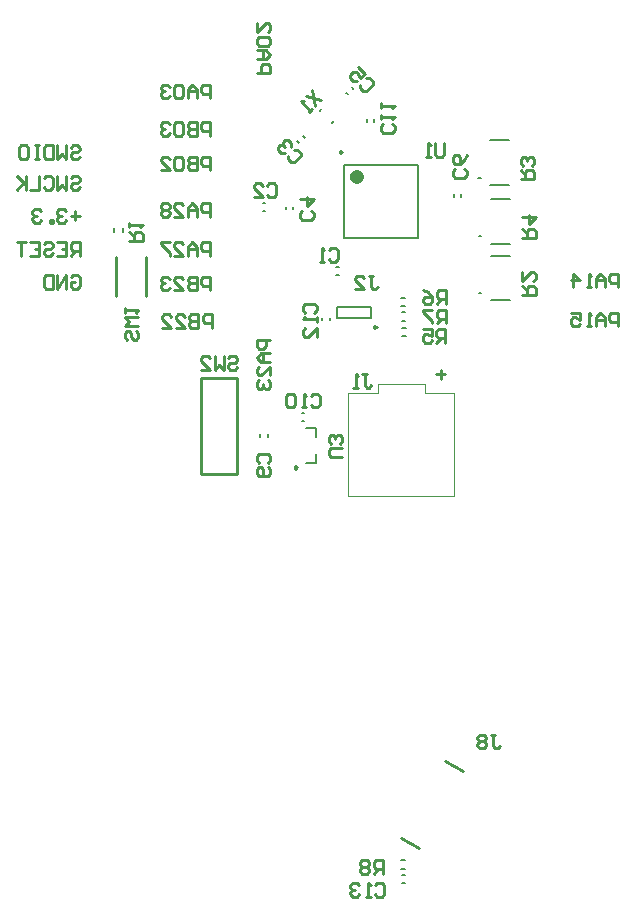
<source format=gbo>
G04*
G04 #@! TF.GenerationSoftware,Altium Limited,Altium Designer,18.1.9 (240)*
G04*
G04 Layer_Color=32896*
%FSLAX25Y25*%
%MOIN*%
G70*
G01*
G75*
%ADD10C,0.01000*%
%ADD11C,0.00787*%
%ADD74C,0.00984*%
%ADD75C,0.02362*%
%ADD76C,0.00500*%
%ADD77C,0.00394*%
D10*
X204000Y171744D02*
X216000D01*
X204000D02*
Y203744D01*
X216000D01*
Y171744D02*
Y203744D01*
X270668Y50498D02*
X276580Y47084D01*
X285432Y76069D02*
X291344Y72656D01*
X185531Y231000D02*
Y244000D01*
X175531Y231000D02*
Y244000D01*
X213001Y210249D02*
X213751Y210999D01*
X215250D01*
X216000Y210249D01*
Y209499D01*
X215250Y208749D01*
X213751D01*
X213001Y207999D01*
Y207250D01*
X213751Y206500D01*
X215250D01*
X216000Y207250D01*
X211502Y210999D02*
Y206500D01*
X210002Y207999D01*
X208502Y206500D01*
Y210999D01*
X204004Y206500D02*
X207003D01*
X204004Y209499D01*
Y210249D01*
X204754Y210999D01*
X206253D01*
X207003Y210249D01*
X160501Y280453D02*
X161251Y281203D01*
X162750D01*
X163500Y280453D01*
Y279704D01*
X162750Y278954D01*
X161251D01*
X160501Y278204D01*
Y277454D01*
X161251Y276705D01*
X162750D01*
X163500Y277454D01*
X159001Y281203D02*
Y276705D01*
X157502Y278204D01*
X156002Y276705D01*
Y281203D01*
X154503D02*
Y276705D01*
X152254D01*
X151504Y277454D01*
Y280453D01*
X152254Y281203D01*
X154503D01*
X150004D02*
X148505D01*
X149255D01*
Y276705D01*
X150004D01*
X148505D01*
X144006Y281203D02*
X145506D01*
X146256Y280453D01*
Y277454D01*
X145506Y276705D01*
X144006D01*
X143256Y277454D01*
Y280453D01*
X144006Y281203D01*
X160501Y270201D02*
X161251Y270951D01*
X162750D01*
X163500Y270201D01*
Y269452D01*
X162750Y268702D01*
X161251D01*
X160501Y267952D01*
Y267202D01*
X161251Y266453D01*
X162750D01*
X163500Y267202D01*
X159001Y270951D02*
Y266453D01*
X157502Y267952D01*
X156002Y266453D01*
Y270951D01*
X151504Y270201D02*
X152254Y270951D01*
X153753D01*
X154503Y270201D01*
Y267202D01*
X153753Y266453D01*
X152254D01*
X151504Y267202D01*
X150004Y270951D02*
Y266453D01*
X147005D01*
X145506Y270951D02*
Y266453D01*
Y267952D01*
X142507Y270951D01*
X144756Y268702D01*
X142507Y266453D01*
X163500Y257749D02*
X160501D01*
X162001Y259249D02*
Y256250D01*
X159001Y259249D02*
X158252Y259998D01*
X156752D01*
X156002Y259249D01*
Y258499D01*
X156752Y257749D01*
X157502D01*
X156752D01*
X156002Y256999D01*
Y256250D01*
X156752Y255500D01*
X158252D01*
X159001Y256250D01*
X154503Y255500D02*
Y256250D01*
X153753D01*
Y255500D01*
X154503D01*
X150754Y259249D02*
X150004Y259998D01*
X148505D01*
X147755Y259249D01*
Y258499D01*
X148505Y257749D01*
X149255D01*
X148505D01*
X147755Y256999D01*
Y256250D01*
X148505Y255500D01*
X150004D01*
X150754Y256250D01*
X163500Y244500D02*
Y248998D01*
X161251D01*
X160501Y248249D01*
Y246749D01*
X161251Y246000D01*
X163500D01*
X162001D02*
X160501Y244500D01*
X156002Y248998D02*
X159001D01*
Y244500D01*
X156002D01*
X159001Y246749D02*
X157502D01*
X151504Y248249D02*
X152254Y248998D01*
X153753D01*
X154503Y248249D01*
Y247499D01*
X153753Y246749D01*
X152254D01*
X151504Y246000D01*
Y245250D01*
X152254Y244500D01*
X153753D01*
X154503Y245250D01*
X147005Y248998D02*
X150004D01*
Y244500D01*
X147005D01*
X150004Y246749D02*
X148505D01*
X145506Y248998D02*
X142507D01*
X144006D01*
Y244500D01*
X160501Y237249D02*
X161251Y237999D01*
X162750D01*
X163500Y237249D01*
Y234250D01*
X162750Y233500D01*
X161251D01*
X160501Y234250D01*
Y235749D01*
X162001D01*
X159001Y233500D02*
Y237999D01*
X156002Y233500D01*
Y237999D01*
X154503D02*
Y233500D01*
X152254D01*
X151504Y234250D01*
Y237249D01*
X152254Y237999D01*
X154503D01*
X282460Y204956D02*
X285459D01*
X283960Y203456D02*
Y206456D01*
X264500Y38470D02*
Y42969D01*
X262251D01*
X261501Y42219D01*
Y40720D01*
X262251Y39970D01*
X264500D01*
X263000D02*
X261501Y38470D01*
X260001Y42219D02*
X259252Y42969D01*
X257752D01*
X257002Y42219D01*
Y41469D01*
X257752Y40720D01*
X257002Y39970D01*
Y39220D01*
X257752Y38470D01*
X259252D01*
X260001Y39220D01*
Y39970D01*
X259252Y40720D01*
X260001Y41469D01*
Y42219D01*
X259252Y40720D02*
X257752D01*
X300601Y84799D02*
X302100D01*
X301351D01*
Y81050D01*
X302100Y80300D01*
X302850D01*
X303600Y81050D01*
X299101Y84049D02*
X298352Y84799D01*
X296852D01*
X296102Y84049D01*
Y83299D01*
X296852Y82549D01*
X296102Y81800D01*
Y81050D01*
X296852Y80300D01*
X298352D01*
X299101Y81050D01*
Y81800D01*
X298352Y82549D01*
X299101Y83299D01*
Y84049D01*
X298352Y82549D02*
X296852D01*
X262001Y34560D02*
X262751Y35310D01*
X264250D01*
X265000Y34560D01*
Y31561D01*
X264250Y30811D01*
X262751D01*
X262001Y31561D01*
X260502Y30811D02*
X259002D01*
X259752D01*
Y35310D01*
X260502Y34560D01*
X256753D02*
X256003Y35310D01*
X254503D01*
X253754Y34560D01*
Y33810D01*
X254503Y33060D01*
X255253D01*
X254503D01*
X253754Y32311D01*
Y31561D01*
X254503Y30811D01*
X256003D01*
X256753Y31561D01*
X238751Y225501D02*
X238001Y226251D01*
Y227750D01*
X238751Y228500D01*
X241750D01*
X242500Y227750D01*
Y226251D01*
X241750Y225501D01*
X242500Y224002D02*
Y222502D01*
Y223252D01*
X238001D01*
X238751Y224002D01*
X242500Y217254D02*
Y220253D01*
X239501Y217254D01*
X238751D01*
X238001Y218003D01*
Y219503D01*
X238751Y220253D01*
X267733Y288499D02*
X268483Y287749D01*
Y286250D01*
X267733Y285500D01*
X264734D01*
X263984Y286250D01*
Y287749D01*
X264734Y288499D01*
X263984Y289999D02*
Y291498D01*
Y290748D01*
X268483D01*
X267733Y289999D01*
X263984Y293747D02*
Y295247D01*
Y294497D01*
X268483D01*
X267733Y293747D01*
X259810Y237819D02*
X261310D01*
X260560D01*
Y234070D01*
X261310Y233320D01*
X262060D01*
X262809Y234070D01*
X255312Y233320D02*
X258311D01*
X255312Y236319D01*
Y237069D01*
X256062Y237819D01*
X257561D01*
X258311Y237069D01*
X343000Y234000D02*
Y238498D01*
X340751D01*
X340001Y237749D01*
Y236249D01*
X340751Y235500D01*
X343000D01*
X338502Y234000D02*
Y236999D01*
X337002Y238498D01*
X335502Y236999D01*
Y234000D01*
Y236249D01*
X338502D01*
X334003Y234000D02*
X332503D01*
X333253D01*
Y238498D01*
X334003Y237749D01*
X328005Y234000D02*
Y238498D01*
X330254Y236249D01*
X327255D01*
X343000Y220855D02*
Y225354D01*
X340751D01*
X340001Y224604D01*
Y223104D01*
X340751Y222355D01*
X343000D01*
X338502Y220855D02*
Y223854D01*
X337002Y225354D01*
X335502Y223854D01*
Y220855D01*
Y223104D01*
X338502D01*
X334003Y220855D02*
X332503D01*
X333253D01*
Y225354D01*
X334003Y224604D01*
X327255Y225354D02*
X330254D01*
Y223104D01*
X328755Y223854D01*
X328005D01*
X327255Y223104D01*
Y221605D01*
X328005Y220855D01*
X329504D01*
X330254Y221605D01*
X227000Y216500D02*
X222501D01*
Y214251D01*
X223251Y213501D01*
X224751D01*
X225500Y214251D01*
Y216500D01*
X227000Y212001D02*
X224001D01*
X222501Y210502D01*
X224001Y209002D01*
X227000D01*
X224751D01*
Y212001D01*
X227000Y204504D02*
Y207503D01*
X224001Y204504D01*
X223251D01*
X222501Y205254D01*
Y206753D01*
X223251Y207503D01*
Y203004D02*
X222501Y202255D01*
Y200755D01*
X223251Y200005D01*
X224001D01*
X224751Y200755D01*
Y201505D01*
Y200755D01*
X225500Y200005D01*
X226250D01*
X227000Y200755D01*
Y202255D01*
X226250Y203004D01*
X207000Y297000D02*
Y301499D01*
X204751D01*
X204001Y300749D01*
Y299249D01*
X204751Y298499D01*
X207000D01*
X202501Y297000D02*
Y299999D01*
X201002Y301499D01*
X199502Y299999D01*
Y297000D01*
Y299249D01*
X202501D01*
X198003Y300749D02*
X197253Y301499D01*
X195754D01*
X195004Y300749D01*
Y297750D01*
X195754Y297000D01*
X197253D01*
X198003Y297750D01*
Y300749D01*
X193504D02*
X192755Y301499D01*
X191255D01*
X190505Y300749D01*
Y299999D01*
X191255Y299249D01*
X192005D01*
X191255D01*
X190505Y298499D01*
Y297750D01*
X191255Y297000D01*
X192755D01*
X193504Y297750D01*
X222500Y305500D02*
X226998D01*
Y307749D01*
X226249Y308499D01*
X224749D01*
X224000Y307749D01*
Y305500D01*
X222500Y309998D02*
X225499D01*
X226998Y311498D01*
X225499Y312998D01*
X222500D01*
X224749D01*
Y309998D01*
X226249Y314497D02*
X226998Y315247D01*
Y316746D01*
X226249Y317496D01*
X223250D01*
X222500Y316746D01*
Y315247D01*
X223250Y314497D01*
X226249D01*
X222500Y321995D02*
Y318996D01*
X225499Y321995D01*
X226249D01*
X226998Y321245D01*
Y319745D01*
X226249Y318996D01*
X207500Y220378D02*
Y224876D01*
X205251D01*
X204501Y224127D01*
Y222627D01*
X205251Y221878D01*
X207500D01*
X203001Y224876D02*
Y220378D01*
X200752D01*
X200002Y221128D01*
Y221878D01*
X200752Y222627D01*
X203001D01*
X200752D01*
X200002Y223377D01*
Y224127D01*
X200752Y224876D01*
X203001D01*
X195504Y220378D02*
X198503D01*
X195504Y223377D01*
Y224127D01*
X196254Y224876D01*
X197753D01*
X198503Y224127D01*
X191005Y220378D02*
X194004D01*
X191005Y223377D01*
Y224127D01*
X191755Y224876D01*
X193255D01*
X194004Y224127D01*
X207000Y233000D02*
Y237498D01*
X204751D01*
X204001Y236749D01*
Y235249D01*
X204751Y234500D01*
X207000D01*
X202501Y237498D02*
Y233000D01*
X200252D01*
X199502Y233750D01*
Y234500D01*
X200252Y235249D01*
X202501D01*
X200252D01*
X199502Y235999D01*
Y236749D01*
X200252Y237498D01*
X202501D01*
X195004Y233000D02*
X198003D01*
X195004Y235999D01*
Y236749D01*
X195754Y237498D01*
X197253D01*
X198003Y236749D01*
X193504D02*
X192755Y237498D01*
X191255D01*
X190505Y236749D01*
Y235999D01*
X191255Y235249D01*
X192005D01*
X191255D01*
X190505Y234500D01*
Y233750D01*
X191255Y233000D01*
X192755D01*
X193504Y233750D01*
X207000Y244500D02*
Y248998D01*
X204751D01*
X204001Y248249D01*
Y246749D01*
X204751Y246000D01*
X207000D01*
X202501Y244500D02*
Y247499D01*
X201002Y248998D01*
X199502Y247499D01*
Y244500D01*
Y246749D01*
X202501D01*
X195004Y244500D02*
X198003D01*
X195004Y247499D01*
Y248249D01*
X195754Y248998D01*
X197253D01*
X198003Y248249D01*
X193504Y248998D02*
X190505D01*
Y248249D01*
X193504Y245250D01*
Y244500D01*
X207000Y257500D02*
Y261999D01*
X204751D01*
X204001Y261249D01*
Y259749D01*
X204751Y258999D01*
X207000D01*
X202501Y257500D02*
Y260499D01*
X201002Y261999D01*
X199502Y260499D01*
Y257500D01*
Y259749D01*
X202501D01*
X195004Y257500D02*
X198003D01*
X195004Y260499D01*
Y261249D01*
X195754Y261999D01*
X197253D01*
X198003Y261249D01*
X193504D02*
X192755Y261999D01*
X191255D01*
X190505Y261249D01*
Y260499D01*
X191255Y259749D01*
X190505Y258999D01*
Y258250D01*
X191255Y257500D01*
X192755D01*
X193504Y258250D01*
Y258999D01*
X192755Y259749D01*
X193504Y260499D01*
Y261249D01*
X192755Y259749D02*
X191255D01*
X207000Y273000D02*
Y277499D01*
X204751D01*
X204001Y276749D01*
Y275249D01*
X204751Y274500D01*
X207000D01*
X202501Y277499D02*
Y273000D01*
X200252D01*
X199502Y273750D01*
Y274500D01*
X200252Y275249D01*
X202501D01*
X200252D01*
X199502Y275999D01*
Y276749D01*
X200252Y277499D01*
X202501D01*
X198003Y276749D02*
X197253Y277499D01*
X195754D01*
X195004Y276749D01*
Y273750D01*
X195754Y273000D01*
X197253D01*
X198003Y273750D01*
Y276749D01*
X190505Y273000D02*
X193504D01*
X190505Y275999D01*
Y276749D01*
X191255Y277499D01*
X192755D01*
X193504Y276749D01*
X207000Y284500D02*
Y288999D01*
X204751D01*
X204001Y288249D01*
Y286749D01*
X204751Y285999D01*
X207000D01*
X202501Y288999D02*
Y284500D01*
X200252D01*
X199502Y285250D01*
Y285999D01*
X200252Y286749D01*
X202501D01*
X200252D01*
X199502Y287499D01*
Y288249D01*
X200252Y288999D01*
X202501D01*
X198003Y288249D02*
X197253Y288999D01*
X195754D01*
X195004Y288249D01*
Y285250D01*
X195754Y284500D01*
X197253D01*
X198003Y285250D01*
Y288249D01*
X193504D02*
X192755Y288999D01*
X191255D01*
X190505Y288249D01*
Y287499D01*
X191255Y286749D01*
X192005D01*
X191255D01*
X190505Y285999D01*
Y285250D01*
X191255Y284500D01*
X192755D01*
X193504Y285250D01*
X311000Y231500D02*
X315498D01*
Y233749D01*
X314749Y234499D01*
X313249D01*
X312499Y233749D01*
Y231500D01*
Y232999D02*
X311000Y234499D01*
Y238998D02*
Y235999D01*
X313999Y238998D01*
X314749D01*
X315498Y238248D01*
Y236748D01*
X314749Y235999D01*
X285500Y222000D02*
Y226499D01*
X283251D01*
X282501Y225749D01*
Y224249D01*
X283251Y223499D01*
X285500D01*
X284000D02*
X282501Y222000D01*
X281001Y226499D02*
X278002D01*
Y225749D01*
X281001Y222750D01*
Y222000D01*
X285500Y228500D02*
Y232998D01*
X283251D01*
X282501Y232249D01*
Y230749D01*
X283251Y229999D01*
X285500D01*
X284000D02*
X282501Y228500D01*
X278002Y232998D02*
X279502Y232249D01*
X281001Y230749D01*
Y229250D01*
X280252Y228500D01*
X278752D01*
X278002Y229250D01*
Y229999D01*
X278752Y230749D01*
X281001D01*
X285458Y215500D02*
Y219999D01*
X283208D01*
X282459Y219249D01*
Y217749D01*
X283208Y217000D01*
X285458D01*
X283958D02*
X282459Y215500D01*
X277960Y219999D02*
X280959D01*
Y217749D01*
X279460Y218499D01*
X278710D01*
X277960Y217749D01*
Y216250D01*
X278710Y215500D01*
X280209D01*
X280959Y216250D01*
X311000Y250500D02*
X315498D01*
Y252749D01*
X314749Y253499D01*
X313249D01*
X312499Y252749D01*
Y250500D01*
Y251999D02*
X311000Y253499D01*
Y257248D02*
X315498D01*
X313249Y254998D01*
Y257998D01*
X310500Y270000D02*
X314999D01*
Y272249D01*
X314249Y272999D01*
X312749D01*
X312000Y272249D01*
Y270000D01*
Y271499D02*
X310500Y272999D01*
X314249Y274499D02*
X314999Y275248D01*
Y276748D01*
X314249Y277498D01*
X313499D01*
X312749Y276748D01*
Y275998D01*
Y276748D01*
X312000Y277498D01*
X311250D01*
X310500Y276748D01*
Y275248D01*
X311250Y274499D01*
X240931Y299681D02*
X241991Y294379D01*
X238810Y297560D02*
X244112Y296500D01*
X240931Y293319D02*
X239870Y292259D01*
X240401Y292789D01*
X237220Y295970D01*
X238280D01*
X250998Y177302D02*
X247250D01*
X246500Y178052D01*
Y179551D01*
X247250Y180301D01*
X250998D01*
X250249Y181801D02*
X250998Y182550D01*
Y184050D01*
X250249Y184800D01*
X249499D01*
X248749Y184050D01*
Y183300D01*
Y184050D01*
X248000Y184800D01*
X247250D01*
X246500Y184050D01*
Y182550D01*
X247250Y181801D01*
X285000Y281998D02*
Y278250D01*
X284250Y277500D01*
X282751D01*
X282001Y278250D01*
Y281998D01*
X280502Y277500D02*
X279002D01*
X279752D01*
Y281998D01*
X280502Y281249D01*
X182249Y219499D02*
X182999Y218749D01*
Y217250D01*
X182249Y216500D01*
X181499D01*
X180749Y217250D01*
Y218749D01*
X179999Y219499D01*
X179250D01*
X178500Y218749D01*
Y217250D01*
X179250Y216500D01*
X182999Y220999D02*
X178500D01*
X179999Y222498D01*
X178500Y223998D01*
X182999D01*
X178500Y225497D02*
Y226997D01*
Y226247D01*
X182999D01*
X182249Y225497D01*
X180000Y249500D02*
X184499D01*
Y251749D01*
X183749Y252499D01*
X182249D01*
X181500Y251749D01*
Y249500D01*
Y250999D02*
X180000Y252499D01*
Y253998D02*
Y255498D01*
Y254748D01*
X184499D01*
X183749Y253998D01*
X257765Y204998D02*
X259264D01*
X258515D01*
Y201250D01*
X259264Y200500D01*
X260014D01*
X260764Y201250D01*
X256265Y200500D02*
X254766D01*
X255516D01*
Y204998D01*
X256265Y204249D01*
X240501Y197749D02*
X241251Y198499D01*
X242750D01*
X243500Y197749D01*
Y194750D01*
X242750Y194000D01*
X241251D01*
X240501Y194750D01*
X239001Y194000D02*
X237502D01*
X238252D01*
Y198499D01*
X239001Y197749D01*
X235253D02*
X234503Y198499D01*
X233003D01*
X232254Y197749D01*
Y194750D01*
X233003Y194000D01*
X234503D01*
X235253Y194750D01*
Y197749D01*
X223251Y175437D02*
X222501Y176186D01*
Y177686D01*
X223251Y178436D01*
X226250D01*
X227000Y177686D01*
Y176186D01*
X226250Y175437D01*
Y173937D02*
X227000Y173187D01*
Y171688D01*
X226250Y170938D01*
X223251D01*
X222501Y171688D01*
Y173187D01*
X223251Y173937D01*
X224001D01*
X224751Y173187D01*
Y170938D01*
X291749Y273499D02*
X292498Y272749D01*
Y271250D01*
X291749Y270500D01*
X288750D01*
X288000Y271250D01*
Y272749D01*
X288750Y273499D01*
X292498Y277998D02*
X291749Y276498D01*
X290249Y274998D01*
X288750D01*
X288000Y275748D01*
Y277248D01*
X288750Y277998D01*
X289499D01*
X290249Y277248D01*
Y274998D01*
X259030Y303564D02*
X260090D01*
X261151Y302504D01*
Y301443D01*
X259030Y299323D01*
X257970D01*
X256909Y300383D01*
Y301443D01*
X256379Y307275D02*
X258500Y305154D01*
X256909Y303564D01*
X256379Y305154D01*
X255849Y305684D01*
X254789D01*
X253729Y304624D01*
Y303564D01*
X254789Y302504D01*
X255849D01*
X240749Y259499D02*
X241498Y258749D01*
Y257250D01*
X240749Y256500D01*
X237750D01*
X237000Y257250D01*
Y258749D01*
X237750Y259499D01*
X237000Y263248D02*
X241498D01*
X239249Y260999D01*
Y263998D01*
X235030Y279771D02*
X236090D01*
X237151Y278711D01*
Y277651D01*
X235030Y275530D01*
X233970D01*
X232909Y276590D01*
Y277651D01*
X233970Y280832D02*
Y281892D01*
X232909Y282952D01*
X231849D01*
X231319Y282422D01*
Y281362D01*
X231849Y280832D01*
X231319Y281362D01*
X230259Y281362D01*
X229729Y280832D01*
Y279771D01*
X230789Y278711D01*
X231849D01*
X226001Y267808D02*
X226751Y268558D01*
X228250D01*
X229000Y267808D01*
Y264809D01*
X228250Y264059D01*
X226751D01*
X226001Y264809D01*
X221502Y264059D02*
X224501D01*
X221502Y267058D01*
Y267808D01*
X222252Y268558D01*
X223752D01*
X224501Y267808D01*
X246501Y246249D02*
X247251Y246999D01*
X248750D01*
X249500Y246249D01*
Y243250D01*
X248750Y242500D01*
X247251D01*
X246501Y243250D01*
X245002Y242500D02*
X243502D01*
X244252D01*
Y246999D01*
X245002Y246249D01*
D11*
X297378Y231882D02*
X296591D01*
X297378D01*
X297201Y270412D02*
X296413D01*
X297201D01*
X297378Y250853D02*
X296590D01*
X297378D01*
X247008Y223047D02*
Y223834D01*
X244449Y223047D02*
Y223834D01*
X271060Y38035D02*
X271848D01*
X271060Y35476D02*
X271848D01*
X270627Y42909D02*
X271809D01*
X270627Y40153D02*
X271809D01*
X259221Y289106D02*
Y289894D01*
X261779Y289106D02*
Y289894D01*
X260764Y223728D02*
Y227272D01*
X249347Y223728D02*
Y227272D01*
Y223728D02*
X260764D01*
X249347Y227272D02*
X260764D01*
X271003Y217622D02*
X272184D01*
X271003Y220378D02*
X272184D01*
X270890Y225546D02*
X272072D01*
X270890Y222791D02*
X272072D01*
X270755Y227622D02*
X271936D01*
X270755Y230378D02*
X271936D01*
X232221Y259862D02*
Y260650D01*
X234780Y259862D02*
Y260650D01*
X288221Y264059D02*
Y264846D01*
X290779Y264059D02*
Y264846D01*
X249030Y238002D02*
X249818D01*
X249030Y240562D02*
X249818D01*
X224606Y261880D02*
X225394D01*
X224606Y259321D02*
X225394D01*
X276205Y250295D02*
Y274705D01*
X251795Y250295D02*
Y274705D01*
Y250295D02*
X276205D01*
X251795Y274705D02*
X276205D01*
X237926Y284338D02*
X238483Y283782D01*
X236117Y282529D02*
X236673Y281972D01*
X247591Y288703D02*
X248148Y289260D01*
X243555Y292740D02*
X244112Y293297D01*
X254190Y300602D02*
X254746Y300045D01*
X252380Y298793D02*
X252937Y298236D01*
X175122Y252409D02*
Y253590D01*
X177878Y252409D02*
Y253590D01*
X239025Y175317D02*
X242174D01*
Y178466D01*
X239025Y187128D02*
X242174D01*
Y183978D02*
Y187128D01*
X223721Y184106D02*
Y184894D01*
X226279Y184106D02*
Y184894D01*
X237525Y189443D02*
X238312D01*
X237525Y192002D02*
X238312D01*
D74*
X262536Y220677D02*
X261797Y221103D01*
Y220251D01*
X262536Y220677D01*
X250909Y279035D02*
X250171Y279462D01*
Y278609D01*
X250909Y279035D01*
X235875Y173899D02*
X235137Y174326D01*
Y173473D01*
X235875Y173899D01*
D75*
X256913Y270768D02*
X256469Y271691D01*
X255469Y271919D01*
X254668Y271280D01*
Y270255D01*
X255469Y269616D01*
X256469Y269844D01*
X256913Y270768D01*
D76*
X300528Y244480D02*
X306827D01*
X300528Y229520D02*
X306827D01*
X300350Y268050D02*
X306650D01*
X300350Y283010D02*
X306650D01*
X300528Y248490D02*
X306827D01*
X300528Y263451D02*
X306827D01*
D77*
X253957Y164323D02*
X288405D01*
Y198772D01*
X278563D02*
X288405D01*
X278563D02*
Y201724D01*
X262815D02*
X278563D01*
X262815Y198772D02*
Y201724D01*
X252972Y198772D02*
X262815D01*
X252972Y164323D02*
Y198772D01*
Y164323D02*
X253957D01*
M02*

</source>
